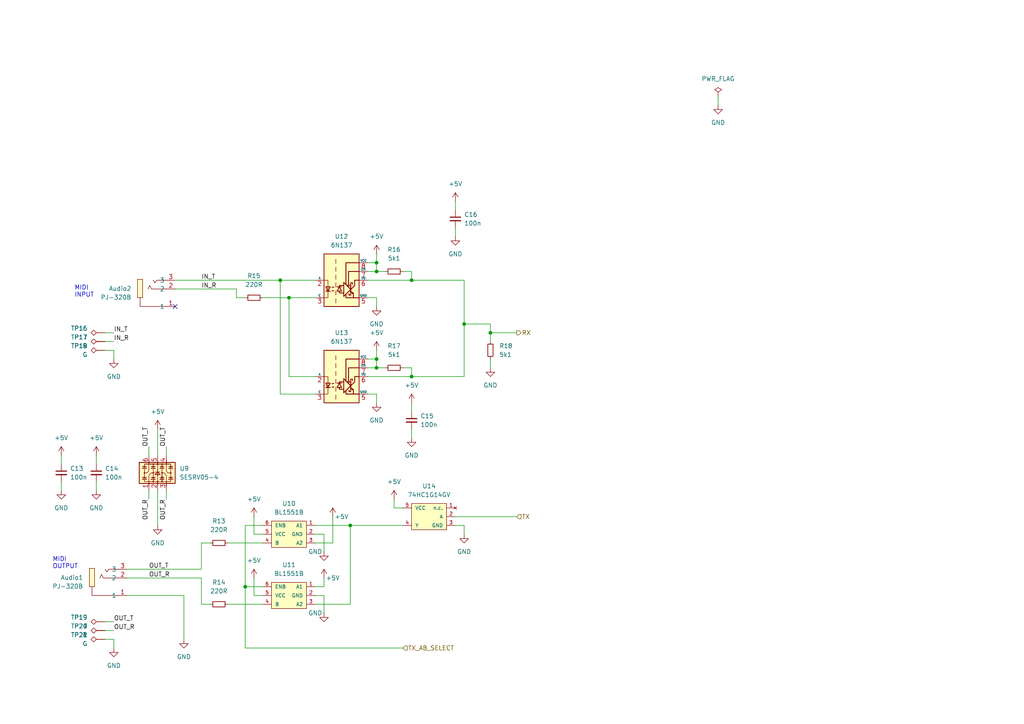
<source format=kicad_sch>
(kicad_sch (version 20230121) (generator eeschema)
  (paper "A4")
  (lib_symbols
    (symbol "Connector:TestPoint_Alt" (pin_numbers hide) (pin_names (offset 0.762) hide)
      (property "Reference" "TP" (at 0 6.858 0))
      (property "Value" "TestPoint_Alt" (at 0 5.08 0))
      (symbol "TestPoint_Alt_0_1"
        (polyline (pts (xy 0 2.54) (xy -0.762 3.302) (xy 0 4.064) (xy 0.762 3.302) (xy 0 2.54)))
      )
      (symbol "TestPoint_Alt_1_1"
        (pin passive line (at 0 0 90) (length 2.54) (name "1") (number "1"))
      )
    )
    (symbol "Isolator:6N137" (pin_names (offset 0))
      (property "Reference" "U" (at -4.064 8.89 0))
      (property "Value" "6N137" (at 0 -8.89 0))
      (symbol "6N137_0_1"
        (polyline (pts (xy 2.667 -3.556) (xy 2.667 -1.651)) (stroke (width 0.254)))
        (polyline (pts (xy 2.667 -2.159) (xy 2.667 -2.921)) (stroke (width 0.254)))
        (polyline (pts (xy 3.429 -3.937) (xy 3.429 -5.08)) (stroke (width 0.254)))
        (polyline (pts (xy -0.635 -3.302) (xy -0.635 -3.683) (xy 0.635 -3.683)) (stroke (width 0.254)))
        (polyline (pts (xy -0.635 -1.905) (xy -0.635 -1.524) (xy 0.508 -1.524)) (stroke (width 0.254)))
        (polyline (pts (xy 1.27 -4.064) (xy 1.27 -5.08) (xy 5.08 -5.08)) (stroke (width 0.254)))
        (polyline (pts (xy 1.27 -1.27) (xy 1.27 5.08) (xy 5.08 5.08)) (stroke (width 0.254)))
        (polyline (pts (xy 2.032 -1.27) (xy 2.032 2.54) (xy 5.08 2.54)) (stroke (width 0.254)))
        (polyline (pts (xy -5.08 -5.08) (xy -3.937 -5.08) (xy -3.937 0) (xy -5.08 0)))
        (polyline (pts (xy 2.667 -3.302) (xy 2.667 -4.318) (xy 2.159 -4.318) (xy 2.159 -3.937)) (stroke (width 0.254)))
        (polyline (pts (xy 2.667 -2.667) (xy 0.635 -4.699) (xy 0.635 -0.635) (xy 2.667 -2.667)) (stroke (width 0.254)))
        (polyline (pts (xy 2.667 -1.778) (xy 2.667 -0.762) (xy 3.175 -0.762) (xy 3.175 -1.143)) (stroke (width 0.254)))
        (polyline (pts (xy 2.794 -2.54) (xy 3.81 -1.524) (xy 3.81 0) (xy 5.08 0)) (stroke (width 0.254)))
        (polyline (pts (xy 2.667 -3.175) (xy 3.429 -3.937) (xy 3.302 -3.556) (xy 3.048 -3.81) (xy 3.429 -3.937)) (stroke (width 0.254)))
        (circle (center 2.032 -1.524) (radius 0.254) (stroke (width 0.254)))
      )
      (symbol "6N137_1_1"
        (rectangle (start -5.08 7.62) (end 5.08 -7.62) (stroke (width 0.254)) (fill (type background)))
        (polyline (pts (xy -4.572 -3.175) (xy -3.302 -3.175)) (stroke (width 0.254)))
        (polyline (pts (xy -1.651 -5.334) (xy -1.651 -6.604)))
        (polyline (pts (xy -1.651 -3.048) (xy -1.651 -4.318)))
        (polyline (pts (xy -1.651 -0.762) (xy -1.651 -2.032)))
        (polyline (pts (xy -1.651 1.524) (xy -1.651 0.254)))
        (polyline (pts (xy -1.651 3.81) (xy -1.651 2.54)))
        (polyline (pts (xy -1.651 6.096) (xy -1.651 4.826)))
        (polyline (pts (xy -1.27 -1.905) (xy 0 -1.905)) (stroke (width 0.254)))
        (polyline (pts (xy -3.937 -3.175) (xy -4.572 -1.905) (xy -3.302 -1.905) (xy -3.937 -3.175)) (stroke (width 0.254)))
        (polyline (pts (xy -0.635 -1.905) (xy -1.27 -3.175) (xy 0 -3.175) (xy -0.635 -1.905)) (stroke (width 0.254)))
        (polyline (pts (xy -2.921 -3.048) (xy -2.159 -3.048) (xy -2.54 -3.175) (xy -2.54 -2.921) (xy -2.159 -3.048)) (stroke (width 0.127)))
        (polyline (pts (xy -2.921 -2.032) (xy -2.159 -2.032) (xy -2.54 -2.159) (xy -2.54 -1.905) (xy -2.159 -2.032)) (stroke (width 0.127)))
        (pin no_connect line (at -5.08 5.08 0) (length 2.54) hide (name "NC") (number "1"))
        (pin passive line (at -7.62 0 0) (length 2.54) (name "A") (number "2"))
        (pin passive line (at -7.62 -5.08 0) (length 2.54) (name "C") (number "3"))
        (pin power_in line (at 7.62 -5.08 180) (length 2.54) (name "GND") (number "5"))
        (pin open_collector line (at 7.62 0 180) (length 2.54) (name "VO") (number "6"))
        (pin input line (at 7.62 2.54 180) (length 2.54) (name "EN") (number "7"))
        (pin power_in line (at 7.62 5.08 180) (length 2.54) (name "VCC") (number "8"))
      )
    )
    (symbol "power:+5V" (power) (pin_names (offset 0))
      (property "Value" "+5V" (at 0 3.556 0))
      (symbol "+5V_0_1"
        (polyline (pts (xy -0.762 1.27) (xy 0 2.54)))
        (polyline (pts (xy 0 0) (xy 0 2.54)))
        (polyline (pts (xy 0 2.54) (xy 0.762 1.27)))
      )
      (symbol "+5V_1_1"
        (pin power_in line (at 0 0 90) (length 0) hide (name "+5V") (number "1"))
      )
    )
    (symbol "power:GND" (power) (pin_names (offset 0))
      (property "Value" "GND" (at 0 -3.81 0))
      (symbol "GND_0_1"
        (polyline (pts (xy 0 0) (xy 0 -1.27) (xy 1.27 -1.27) (xy 0 -2.54) (xy -1.27 -1.27) (xy 0 -1.27)))
      )
      (symbol "GND_1_1"
        (pin power_in line (at 0 0 270) (length 0) hide (name "GND") (number "1"))
      )
    )
    (symbol "power:PWR_FLAG" (power) (pin_numbers hide) (pin_names (offset 0) hide)
      (property "Value" "PWR_FLAG" (at 0 3.81 0))
      (symbol "PWR_FLAG_0_0"
        (pin power_out line (at 0 0 90) (length 0) (name "pwr") (number "1"))
      )
      (symbol "PWR_FLAG_0_1"
        (polyline (pts (xy 0 0) (xy 0 1.27) (xy -1.016 1.905) (xy 0 2.54) (xy 1.016 1.905) (xy 0 1.27)))
      )
    )
    (symbol "suku_basics:74HC1G14GV" (pin_names (offset 1.016))
      (property "Reference" "U" (at 0 5.08 0))
      (property "Value" "74HC1G14GV" (at 0 -5.08 0))
      (symbol "74HC1G14GV_0_1"
        (rectangle (start -5.08 3.81) (end 5.08 -3.81) (fill (type background)))
      )
      (symbol "74HC1G14GV_1_1"
        (pin no_connect line (at -7.62 2.54 0) (length 2.54) (name "n.c.") (number "1"))
        (pin input line (at -7.62 0 0) (length 2.54) (name "A") (number "2"))
        (pin power_in line (at -7.62 -2.54 0) (length 2.54) (name "GND") (number "3"))
        (pin output line (at 7.62 -2.54 180) (length 2.54) (name "Y") (number "4"))
        (pin power_in line (at 7.62 2.54 180) (length 2.54) (name "VCC") (number "5"))
      )
    )
    (symbol "suku_basics:BL1551B" (pin_names (offset 1.016))
      (property "Reference" "U" (at 0 5.08 0))
      (property "Value" "BL1551B" (at 0 -5.08 0))
      (symbol "BL1551B_0_1"
        (rectangle (start -5.08 3.81) (end 5.08 -3.81) (fill (type background)))
      )
      (symbol "BL1551B_1_1"
        (pin bidirectional line (at -7.62 2.54 0) (length 2.54) (name "A1") (number "1"))
        (pin power_in line (at -7.62 0 0) (length 2.54) (name "GND") (number "2"))
        (pin bidirectional line (at -7.62 -2.54 0) (length 2.54) (name "A2") (number "3"))
        (pin bidirectional line (at 7.62 -2.54 180) (length 2.54) (name "B") (number "4"))
        (pin power_in line (at 7.62 0 180) (length 2.54) (name "VCC") (number "5"))
        (pin input line (at 7.62 2.54 180) (length 2.54) (name "ENB") (number "6"))
      )
    )
    (symbol "suku_basics:CAP" (pin_numbers hide) (pin_names (offset 0.254) hide)
      (property "Reference" "C" (at 0.254 1.778 0))
      (property "Value" "CAP" (at 0.254 -2.032 0))
      (symbol "CAP_0_1"
        (polyline (pts (xy -1.524 -0.508) (xy 1.524 -0.508)) (stroke (width 0.3302)))
        (polyline (pts (xy -1.524 0.508) (xy 1.524 0.508)) (stroke (width 0.3048)))
      )
      (symbol "CAP_1_1"
        (pin passive line (at 0 2.54 270) (length 2.032) (name "~") (number "1"))
        (pin passive line (at 0 -2.54 90) (length 2.032) (name "~") (number "2"))
      )
    )
    (symbol "suku_basics:PJ-320B"
      (property "Reference" "Audio?" (at 0 7.62 0))
      (property "Value" "PJ-320B" (at 0 -10.16 0))
      (symbol "PJ-320B_0_1"
        (rectangle (start -7.11 0) (end -5.59 -5.33) (fill (type background)))
        (polyline (pts (xy 1.27 2.54) (xy -6.35 2.54) (xy -6.35 0)))
        (polyline (pts (xy 1.27 -5.08) (xy -1.52 -5.08) (xy -2.03 -4.32) (xy -2.54 -5.08)))
        (polyline (pts (xy 1.27 -2.54) (xy -3.05 -2.54) (xy -3.56 -3.56) (xy -4.06 -2.54)))
        (pin unspecified line (at 3.81 2.54 180) (length 2.54) (name "1") (number "1"))
        (pin unspecified line (at 3.81 -2.54 180) (length 2.54) (name "2") (number "2"))
        (pin unspecified line (at 3.81 -5.08 180) (length 2.54) (name "3") (number "3"))
      )
    )
    (symbol "suku_basics:RES" (pin_numbers hide) (pin_names (offset 0.254) hide)
      (property "Reference" "R" (at 0.762 0.508 0))
      (property "Value" "RES" (at 0.762 -1.016 0))
      (symbol "RES_1_1"
        (rectangle (start -0.762 1.778) (end 0.762 -1.778) (stroke (width 0.2032)))
        (pin passive line (at 0 2.54 270) (length 0.762) (name "~") (number "1"))
        (pin passive line (at 0 -2.54 90) (length 0.762) (name "~") (number "2"))
      )
    )
    (symbol "suku_basics:U_ESD_4ch"
      (property "Reference" "U" (at -6.985 -2.54 0))
      (property "Value" "U_ESD_4ch" (at 6.35 1.27 90))
      (symbol "U_ESD_4ch_0_1"
        (rectangle (start -5.334 3.048) (end 5.08 -3.048) (stroke (width 0.254)) (fill (type background)))
        (circle (center -3.81 0) (radius 0.127))
        (circle (center -3.81 0) (radius 0.127))
        (circle (center -1.27 -2.54) (radius 0.127))
        (circle (center -1.27 -2.54) (radius 0.127))
        (circle (center -1.27 0) (radius 0.127))
        (circle (center -1.27 0) (radius 0.127))
        (circle (center -1.27 2.54) (radius 0.127))
        (circle (center -1.27 2.54) (radius 0.127))
        (circle (center 0 -2.54) (radius 0.127))
        (circle (center 0 -2.54) (radius 0.127))
        (polyline (pts (xy -4.445 -1.27) (xy -3.175 -1.27)))
        (polyline (pts (xy -4.445 -1.27) (xy -3.175 -1.27)))
        (polyline (pts (xy -4.445 1.905) (xy -3.175 1.905)))
        (polyline (pts (xy -3.81 -2.54) (xy -3.81 -0.635)))
        (polyline (pts (xy -3.81 -2.54) (xy 3.81 -2.54)))
        (polyline (pts (xy -3.81 -0.635) (xy -3.81 0.635)))
        (polyline (pts (xy -3.81 0.635) (xy -3.81 2.54)))
        (polyline (pts (xy -3.81 2.54) (xy 3.81 2.54)))
        (polyline (pts (xy -3.81 2.54) (xy 3.81 2.54)))
        (polyline (pts (xy -1.905 -1.27) (xy -0.635 -1.27)))
        (polyline (pts (xy -1.905 -1.27) (xy -0.635 -1.27)))
        (polyline (pts (xy -1.905 1.905) (xy -0.635 1.905)))
        (polyline (pts (xy -1.27 -2.54) (xy -1.27 -0.635)))
        (polyline (pts (xy -1.27 -2.54) (xy -1.27 -0.635)))
        (polyline (pts (xy -1.27 0.635) (xy -1.27 -0.635)))
        (polyline (pts (xy -1.27 0.635) (xy -1.27 2.54)))
        (polyline (pts (xy 0 -0.889) (xy 0 -3.81)))
        (polyline (pts (xy 0 -0.889) (xy 0 1.016)))
        (polyline (pts (xy 0 -0.889) (xy 0 1.016)))
        (polyline (pts (xy 0 1.016) (xy 0 3.81)))
        (polyline (pts (xy 0.635 -1.27) (xy 1.905 -1.27)))
        (polyline (pts (xy 0.635 -1.27) (xy 1.905 -1.27)))
        (polyline (pts (xy 0.635 1.905) (xy 1.905 1.905)))
        (polyline (pts (xy 1.27 -2.54) (xy 1.27 -0.635)))
        (polyline (pts (xy 1.27 -2.54) (xy 1.27 -0.635)))
        (polyline (pts (xy 1.27 0.635) (xy 1.27 -0.635)))
        (polyline (pts (xy 1.27 0.635) (xy 1.27 2.54)))
        (polyline (pts (xy 3.175 -1.27) (xy 4.445 -1.27)))
        (polyline (pts (xy 3.175 -1.27) (xy 4.445 -1.27)))
        (polyline (pts (xy 3.175 1.905) (xy 4.445 1.905)))
        (polyline (pts (xy 3.81 -2.54) (xy 3.81 -0.635)))
        (polyline (pts (xy 3.81 0.635) (xy 3.81 -0.635)))
        (polyline (pts (xy 3.81 0.635) (xy 3.81 2.54)))
        (polyline (pts (xy 0.762 0.254) (xy -0.762 0.254) (xy -0.762 0)))
        (polyline (pts (xy -4.445 -1.905) (xy -3.175 -1.905) (xy -3.81 -1.27) (xy -4.445 -1.905)))
        (polyline (pts (xy -4.445 1.27) (xy -3.175 1.27) (xy -3.81 1.905) (xy -4.445 1.27)))
        (polyline (pts (xy -2.54 -3.81) (xy -2.54 -0.762) (xy -1.905 0) (xy -1.27 0)))
        (polyline (pts (xy -2.54 3.81) (xy -2.54 0.635) (xy -3.048 0) (xy -3.937 0)))
        (polyline (pts (xy -1.905 -1.905) (xy -0.635 -1.905) (xy -1.27 -1.27) (xy -1.905 -1.905)))
        (polyline (pts (xy -1.905 1.27) (xy -0.635 1.27) (xy -1.27 1.905) (xy -1.905 1.27)))
        (polyline (pts (xy -0.762 -0.508) (xy 0.762 -0.508) (xy 0 0.254) (xy -0.762 -0.508)))
        (polyline (pts (xy -0.762 -0.508) (xy 0.762 -0.508) (xy 0 0.254) (xy -0.762 -0.508)))
        (polyline (pts (xy 0.635 -1.905) (xy 1.905 -1.905) (xy 1.27 -1.27) (xy 0.635 -1.905)))
        (polyline (pts (xy 0.635 1.27) (xy 1.905 1.27) (xy 1.27 1.905) (xy 0.635 1.27)))
        (polyline (pts (xy 2.54 -3.81) (xy 2.54 -0.762) (xy 1.905 0) (xy 1.143 0)))
        (polyline (pts (xy 2.54 3.81) (xy 2.54 0.508) (xy 2.921 0) (xy 3.81 0)))
        (polyline (pts (xy 3.175 -1.905) (xy 4.445 -1.905) (xy 3.81 -1.27) (xy 3.175 -1.905)))
        (polyline (pts (xy 3.175 1.27) (xy 4.445 1.27) (xy 3.81 1.905) (xy 3.175 1.27)))
        (circle (center 0 2.54) (radius 0.127))
        (circle (center 0 2.54) (radius 0.127))
        (circle (center 1.27 -2.54) (radius 0.127))
        (circle (center 1.27 -2.54) (radius 0.127))
        (circle (center 1.27 0) (radius 0.127))
        (circle (center 1.27 0) (radius 0.127))
        (circle (center 1.27 2.54) (radius 0.127))
        (circle (center 1.27 2.54) (radius 0.127))
        (circle (center 3.81 0) (radius 0.127))
        (circle (center 3.81 0) (radius 0.127))
      )
      (symbol "U_ESD_4ch_1_1"
        (pin passive line (at -2.54 -5.08 90) (length 2.54) (name "~") (number "1"))
        (pin passive line (at 0 -5.08 90) (length 2.54) (name "~") (number "2"))
        (pin passive line (at 2.54 -5.08 90) (length 2.54) (name "~") (number "3"))
        (pin passive line (at 2.54 5.08 270) (length 2.54) (name "~") (number "4"))
        (pin passive line (at 0 5.08 270) (length 2.54) (name "~") (number "5"))
        (pin passive line (at -2.54 5.08 270) (length 2.54) (name "~") (number "6"))
      )
    )
  )
  (junction (at 71.12 170.18))
  (junction (at 81.28 81.28))
  (junction (at 134.62 93.98))
  (junction (at 109.22 76.2))
  (junction (at 101.6 152.4))
  (junction (at 109.22 104.14))
  (junction (at 142.24 96.52))
  (junction (at 119.38 109.22))
  (junction (at 109.22 78.74))
  (junction (at 119.38 81.28))
  (junction (at 109.22 106.68))
  (junction (at 83.82 86.36))
  (no_connect (at 50.8 88.9))
  (wire (pts (xy 33.02 182.88) (xy 30.48 182.88)))
  (wire (pts (xy 119.38 106.68) (xy 119.38 109.22)))
  (wire (pts (xy 73.66 172.72) (xy 73.66 167.64)))
  (wire (pts (xy 114.3 144.78) (xy 114.3 147.32)))
  (wire (pts (xy 142.24 93.98) (xy 142.24 96.52)))
  (wire (pts (xy 134.62 93.98) (xy 134.62 109.22)))
  (wire (pts (xy 119.38 109.22) (xy 134.62 109.22)))
  (wire (pts (xy 119.38 116.84) (xy 119.38 119.38)))
  (wire (pts (xy 91.44 170.18) (xy 93.98 170.18)))
  (wire (pts (xy 93.98 177.8) (xy 93.98 172.72)))
  (wire (pts (xy 48.26 129.54) (xy 48.26 132.08)))
  (wire (pts (xy 33.02 187.96) (xy 33.02 185.42)))
  (wire (pts (xy 33.02 180.34) (xy 30.48 180.34)))
  (wire (pts (xy 81.28 81.28) (xy 81.28 114.3)))
  (wire (pts (xy 76.2 170.18) (xy 71.12 170.18)))
  (wire (pts (xy 45.72 124.46) (xy 45.72 132.08)))
  (wire (pts (xy 142.24 104.14) (xy 142.24 106.68)))
  (wire (pts (xy 109.22 78.74) (xy 111.76 78.74)))
  (wire (pts (xy 91.44 172.72) (xy 93.98 172.72)))
  (wire (pts (xy 106.68 104.14) (xy 109.22 104.14)))
  (wire (pts (xy 71.12 152.4) (xy 71.12 170.18)))
  (wire (pts (xy 58.42 175.26) (xy 58.42 167.64)))
  (wire (pts (xy 109.22 116.84) (xy 109.22 114.3)))
  (wire (pts (xy 109.22 114.3) (xy 106.68 114.3)))
  (wire (pts (xy 60.96 175.26) (xy 58.42 175.26)))
  (wire (pts (xy 50.8 81.28) (xy 81.28 81.28)))
  (wire (pts (xy 119.38 78.74) (xy 119.38 81.28)))
  (wire (pts (xy 53.34 172.72) (xy 53.34 185.42)))
  (wire (pts (xy 119.38 124.46) (xy 119.38 127)))
  (wire (pts (xy 93.98 154.94) (xy 91.44 154.94)))
  (wire (pts (xy 106.68 106.68) (xy 109.22 106.68)))
  (wire (pts (xy 33.02 104.14) (xy 33.02 101.6)))
  (wire (pts (xy 106.68 76.2) (xy 109.22 76.2)))
  (wire (pts (xy 60.96 157.48) (xy 58.42 157.48)))
  (wire (pts (xy 58.42 167.64) (xy 36.83 167.64)))
  (wire (pts (xy 33.02 96.52) (xy 30.48 96.52)))
  (wire (pts (xy 58.42 165.1) (xy 36.83 165.1)))
  (wire (pts (xy 81.28 81.28) (xy 91.44 81.28)))
  (wire (pts (xy 66.04 157.48) (xy 76.2 157.48)))
  (wire (pts (xy 43.18 129.54) (xy 43.18 132.08)))
  (wire (pts (xy 142.24 96.52) (xy 142.24 99.06)))
  (wire (pts (xy 27.94 139.7) (xy 27.94 142.24)))
  (wire (pts (xy 106.68 81.28) (xy 119.38 81.28)))
  (wire (pts (xy 101.6 175.26) (xy 101.6 152.4)))
  (wire (pts (xy 33.02 99.06) (xy 30.48 99.06)))
  (wire (pts (xy 142.24 93.98) (xy 134.62 93.98)))
  (wire (pts (xy 134.62 152.4) (xy 132.08 152.4)))
  (wire (pts (xy 132.08 58.42) (xy 132.08 60.96)))
  (wire (pts (xy 27.94 132.08) (xy 27.94 134.62)))
  (wire (pts (xy 76.2 86.36) (xy 83.82 86.36)))
  (wire (pts (xy 76.2 172.72) (xy 73.66 172.72)))
  (wire (pts (xy 134.62 93.98) (xy 134.62 81.28)))
  (wire (pts (xy 83.82 86.36) (xy 83.82 109.22)))
  (wire (pts (xy 116.84 106.68) (xy 119.38 106.68)))
  (wire (pts (xy 91.44 175.26) (xy 101.6 175.26)))
  (wire (pts (xy 76.2 154.94) (xy 73.66 154.94)))
  (wire (pts (xy 142.24 96.52) (xy 149.86 96.52)))
  (wire (pts (xy 96.52 157.48) (xy 96.52 149.86)))
  (wire (pts (xy 106.68 109.22) (xy 119.38 109.22)))
  (wire (pts (xy 33.02 185.42) (xy 30.48 185.42)))
  (wire (pts (xy 17.78 132.08) (xy 17.78 134.62)))
  (wire (pts (xy 132.08 149.86) (xy 149.86 149.86)))
  (wire (pts (xy 109.22 86.36) (xy 106.68 86.36)))
  (wire (pts (xy 109.22 106.68) (xy 111.76 106.68)))
  (wire (pts (xy 71.12 187.96) (xy 116.84 187.96)))
  (wire (pts (xy 132.08 66.04) (xy 132.08 68.58)))
  (wire (pts (xy 109.22 78.74) (xy 109.22 76.2)))
  (wire (pts (xy 71.12 152.4) (xy 76.2 152.4)))
  (wire (pts (xy 48.26 142.24) (xy 48.26 144.78)))
  (wire (pts (xy 134.62 154.94) (xy 134.62 152.4)))
  (wire (pts (xy 109.22 106.68) (xy 109.22 104.14)))
  (wire (pts (xy 83.82 109.22) (xy 91.44 109.22)))
  (wire (pts (xy 116.84 78.74) (xy 119.38 78.74)))
  (wire (pts (xy 109.22 104.14) (xy 109.22 101.6)))
  (wire (pts (xy 50.8 83.82) (xy 68.58 83.82)))
  (wire (pts (xy 71.12 170.18) (xy 71.12 187.96)))
  (wire (pts (xy 109.22 76.2) (xy 109.22 73.66)))
  (wire (pts (xy 33.02 101.6) (xy 30.48 101.6)))
  (wire (pts (xy 68.58 86.36) (xy 71.12 86.36)))
  (wire (pts (xy 109.22 88.9) (xy 109.22 86.36)))
  (wire (pts (xy 83.82 86.36) (xy 91.44 86.36)))
  (wire (pts (xy 106.68 78.74) (xy 109.22 78.74)))
  (wire (pts (xy 58.42 157.48) (xy 58.42 165.1)))
  (wire (pts (xy 81.28 114.3) (xy 91.44 114.3)))
  (wire (pts (xy 93.98 167.64) (xy 93.98 170.18)))
  (wire (pts (xy 114.3 147.32) (xy 116.84 147.32)))
  (wire (pts (xy 17.78 139.7) (xy 17.78 142.24)))
  (wire (pts (xy 43.18 142.24) (xy 43.18 144.78)))
  (wire (pts (xy 119.38 81.28) (xy 134.62 81.28)))
  (wire (pts (xy 68.58 86.36) (xy 68.58 83.82)))
  (wire (pts (xy 208.28 27.94) (xy 208.28 30.48)))
  (wire (pts (xy 93.98 154.94) (xy 93.98 160.02)))
  (wire (pts (xy 66.04 175.26) (xy 76.2 175.26)))
  (wire (pts (xy 91.44 157.48) (xy 96.52 157.48)))
  (wire (pts (xy 36.83 172.72) (xy 53.34 172.72)))
  (wire (pts (xy 101.6 152.4) (xy 116.84 152.4)))
  (wire (pts (xy 91.44 152.4) (xy 101.6 152.4)))
  (wire (pts (xy 45.72 142.24) (xy 45.72 152.4)))
  (wire (pts (xy 73.66 154.94) (xy 73.66 149.86)))
  (text "MIDI\nOUTPUT" (at 15.24 165.1 0) (effects (font (size 1.27 1.27)) (justify left bottom)))
  (text "MIDI\nINPUT" (at 21.59 86.36 0) (effects (font (size 1.27 1.27)) (justify left bottom)))
  (label "IN_T" (at 33.02 96.52 0))
  (label "OUT_T" (at 43.18 129.54 90))
  (label "OUT_R" (at 48.26 144.78 270))
  (label "OUT_R" (at 43.18 167.64 0))
  (label "IN_R" (at 58.42 83.82 0))
  (label "OUT_R" (at 33.02 182.88 0))
  (label "IN_R" (at 33.02 99.06 0))
  (label "OUT_T" (at 33.02 180.34 0))
  (label "OUT_T" (at 43.18 165.1 0))
  (label "OUT_T" (at 48.26 129.54 90))
  (label "OUT_R" (at 43.18 144.78 270))
  (label "IN_T" (at 58.42 81.28 0))
  (hierarchical_label "TX_AB_SELECT" (shape input) (at 116.84 187.96 0))
  (hierarchical_label "RX" (shape output) (at 149.86 96.52 0))
  (hierarchical_label "TX" (shape input) (at 149.86 149.86 0))
  (symbol (lib_id "Connector:TestPoint_Alt") (at 30.48 96.52 90) (mirror x) (unit 1)
    (property "Reference" "TP16" (at 25.4 95.2499 90) (effects (justify left)))
    (property "Value" "T" (at 25.4 97.7899 90) (effects (justify left)))
    (property "Footprint" "TestPoint:TestPoint_THTPad_D1.0mm_Drill0.5mm" (effects hide))
  )
  (symbol (lib_id "power:+5V") (at 27.94 132.08 0) (unit 1)
    (property "Reference" "#PWR069" (effects hide))
    (property "Value" "+5V" (at 27.94 127 0))
  )
  (symbol (lib_id "Connector:TestPoint_Alt") (at 30.48 99.06 90) (mirror x) (unit 1)
    (property "Reference" "TP17" (at 25.4 97.7899 90) (effects (justify left)))
    (property "Value" "R" (at 25.4 100.3299 90) (effects (justify left)))
    (property "Footprint" "TestPoint:TestPoint_THTPad_D1.0mm_Drill0.5mm" (effects hide))
  )
  (symbol (lib_id "power:+5V") (at 45.72 124.46 0) (unit 1)
    (property "Reference" "#PWR073" (effects hide))
    (property "Value" "+5V" (at 45.72 119.38 0))
  )
  (symbol (lib_id "power:GND") (at 119.38 127 0) (unit 1)
    (property "Reference" "#PWR088" (effects hide))
    (property "Value" "GND" (at 119.38 132.08 0))
  )
  (symbol (lib_id "suku_basics:PJ-320B") (at 33.02 170.18 0) (mirror x) (unit 1)
    (property "Reference" "Audio1" (at 24.13 167.5149 0) (effects (justify right)))
    (property "Value" "PJ-320B" (at 24.13 170.0549 0) (effects (justify right)))
    (property "Footprint" "suku_basics:AUDIO-SMD_PJ-320B" (effects hide))
    (property "Datasheet" "https://lcsc.com/product-detail/Audio-Connectors_3-5mmCloth-headphone-jack_C18594.html" (effects hide))
    (property "Manufacturer" "BOOMELE" (effects hide))
    (property "LCSC Part" "C18594" (effects hide))
    (property "JLC Part" "Extended Part" (effects hide))
  )
  (symbol (lib_id "Isolator:6N137") (at 99.06 109.22 0) (unit 1)
    (property "Reference" "U13" (at 99.06 96.52 0))
    (property "Value" "6N137" (at 99.06 99.06 0))
    (property "Footprint" "suku_basics:OPTO_SMD-8_L9.8-W6.6-P2.54-LS10.3-BL" (effects hide))
    (property "Datasheet" "https://docs.broadcom.com/docs/AV02-0940EN" (effects hide))
  )
  (symbol (lib_id "power:+5V") (at 73.66 149.86 0) (unit 1)
    (property "Reference" "#PWR076" (effects hide))
    (property "Value" "+5V" (at 73.66 144.78 0))
  )
  (symbol (lib_id "power:GND") (at 93.98 160.02 0) (unit 1)
    (property "Reference" "#PWR078" (effects hide))
    (property "Value" "GND" (at 91.44 160.02 0))
  )
  (symbol (lib_id "suku_basics:CAP") (at 119.38 121.92 0) (unit 1)
    (property "Reference" "C15" (at 121.92 120.6562 0) (effects (justify left)))
    (property "Value" "100n" (at 121.92 123.1962 0) (effects (justify left)))
    (property "Footprint" "suku_basics:CAP_0402" (effects hide))
  )
  (symbol (lib_id "suku_basics:RES") (at 63.5 157.48 90) (unit 1)
    (property "Reference" "R13" (at 63.5 151.13 90))
    (property "Value" "220R" (at 63.5 153.67 90))
    (property "Footprint" "suku_basics:RES_0402" (effects hide))
  )
  (symbol (lib_id "power:GND") (at 109.22 88.9 0) (unit 1)
    (property "Reference" "#PWR083" (effects hide))
    (property "Value" "GND" (at 109.22 93.98 0))
  )
  (symbol (lib_id "suku_basics:BL1551B") (at 83.82 154.94 0) (mirror y) (unit 1)
    (property "Reference" "U10" (at 83.82 146.05 0))
    (property "Value" "BL1551B" (at 83.82 148.59 0))
    (property "Footprint" "suku_basics:SOT-363_SC-70-6" (effects hide))
    (property "Datasheet" "https://datasheet.lcsc.com/lcsc/2201121900_BL-Shanghai-Belling-BL1551B_C2944066.pdf" (effects hide))
  )
  (symbol (lib_id "Connector:TestPoint_Alt") (at 30.48 101.6 90) (mirror x) (unit 1)
    (property "Reference" "TP18" (at 25.4 100.3299 90) (effects (justify left)))
    (property "Value" "G" (at 25.4 102.8699 90) (effects (justify left)))
    (property "Footprint" "TestPoint:TestPoint_THTPad_1.0x1.0mm_Drill0.5mm" (effects hide))
  )
  (symbol (lib_id "power:+5V") (at 73.66 167.64 0) (unit 1)
    (property "Reference" "#PWR077" (effects hide))
    (property "Value" "+5V" (at 73.66 162.56 0))
  )
  (symbol (lib_id "suku_basics:74HC1G14GV") (at 124.46 149.86 0) (mirror y) (unit 1)
    (property "Reference" "U14" (at 124.46 140.97 0))
    (property "Value" "74HC1G14GV" (at 124.46 143.51 0))
    (property "Footprint" "suku_basics:SOT-23-5-AND-TSSOP5" (effects hide))
  )
  (symbol (lib_id "power:GND") (at 93.98 177.8 0) (unit 1)
    (property "Reference" "#PWR080" (effects hide))
    (property "Value" "GND" (at 91.44 177.8 0))
  )
  (symbol (lib_id "power:+5V") (at 17.78 132.08 0) (unit 1)
    (property "Reference" "#PWR067" (effects hide))
    (property "Value" "+5V" (at 17.78 127 0))
  )
  (symbol (lib_id "suku_basics:CAP") (at 27.94 137.16 0) (unit 1)
    (property "Reference" "C14" (at 30.48 135.8962 0) (effects (justify left)))
    (property "Value" "100n" (at 30.48 138.4362 0) (effects (justify left)))
    (property "Footprint" "suku_basics:CAP_0402" (effects hide))
  )
  (symbol (lib_id "power:GND") (at 142.24 106.68 0) (unit 1)
    (property "Reference" "#PWR092" (effects hide))
    (property "Value" "GND" (at 142.24 111.76 0))
  )
  (symbol (lib_id "power:+5V") (at 119.38 116.84 0) (unit 1)
    (property "Reference" "#PWR087" (effects hide))
    (property "Value" "+5V" (at 119.38 111.76 0))
  )
  (symbol (lib_id "power:+5V") (at 132.08 58.42 0) (unit 1)
    (property "Reference" "#PWR089" (effects hide))
    (property "Value" "+5V" (at 132.08 53.34 0))
  )
  (symbol (lib_id "power:GND") (at 17.78 142.24 0) (unit 1)
    (property "Reference" "#PWR068" (effects hide))
    (property "Value" "GND" (at 17.78 147.32 0))
  )
  (symbol (lib_id "power:GND") (at 27.94 142.24 0) (unit 1)
    (property "Reference" "#PWR070" (effects hide))
    (property "Value" "GND" (at 27.94 147.32 0))
  )
  (symbol (lib_id "power:GND") (at 134.62 154.94 0) (unit 1)
    (property "Reference" "#PWR091" (effects hide))
    (property "Value" "GND" (at 134.62 160.02 0))
  )
  (symbol (lib_id "suku_basics:RES") (at 142.24 101.6 0) (unit 1)
    (property "Reference" "R18" (at 144.78 100.3299 0) (effects (justify left)))
    (property "Value" "5k1" (at 144.78 102.8699 0) (effects (justify left)))
    (property "Footprint" "suku_basics:RES_0402" (effects hide))
  )
  (symbol (lib_id "power:+5V") (at 109.22 73.66 0) (unit 1)
    (property "Reference" "#PWR082" (effects hide))
    (property "Value" "+5V" (at 109.22 68.58 0))
  )
  (symbol (lib_id "suku_basics:RES") (at 114.3 106.68 90) (unit 1)
    (property "Reference" "R17" (at 114.3 100.33 90))
    (property "Value" "5k1" (at 114.3 102.87 90))
    (property "Footprint" "suku_basics:RES_0402" (effects hide))
  )
  (symbol (lib_id "suku_basics:RES") (at 114.3 78.74 90) (unit 1)
    (property "Reference" "R16" (at 114.3 72.39 90))
    (property "Value" "5k1" (at 114.3 74.93 90))
    (property "Footprint" "suku_basics:RES_0402" (effects hide))
  )
  (symbol (lib_id "Connector:TestPoint_Alt") (at 30.48 185.42 90) (mirror x) (unit 1)
    (property "Reference" "TP21" (at 25.4 184.1499 90) (effects (justify left)))
    (property "Value" "G" (at 25.4 186.6899 90) (effects (justify left)))
    (property "Footprint" "TestPoint:TestPoint_THTPad_1.0x1.0mm_Drill0.5mm" (effects hide))
  )
  (symbol (lib_id "suku_basics:BL1551B") (at 83.82 172.72 0) (mirror y) (unit 1)
    (property "Reference" "U11" (at 83.82 163.83 0))
    (property "Value" "BL1551B" (at 83.82 166.37 0))
    (property "Footprint" "suku_basics:SOT-363_SC-70-6" (effects hide))
    (property "Datasheet" "https://datasheet.lcsc.com/lcsc/2201121900_BL-Shanghai-Belling-BL1551B_C2944066.pdf" (effects hide))
  )
  (symbol (lib_id "Connector:TestPoint_Alt") (at 30.48 182.88 90) (mirror x) (unit 1)
    (property "Reference" "TP20" (at 25.4 181.6099 90) (effects (justify left)))
    (property "Value" "R" (at 25.4 184.1499 90) (effects (justify left)))
    (property "Footprint" "TestPoint:TestPoint_THTPad_D1.0mm_Drill0.5mm" (effects hide))
  )
  (symbol (lib_id "power:GND") (at 33.02 187.96 0) (unit 1)
    (property "Reference" "#PWR072" (effects hide))
    (property "Value" "GND" (at 33.02 193.04 0))
  )
  (symbol (lib_id "power:PWR_FLAG") (at 208.28 27.94 0) (unit 1)
    (property "Reference" "#FLG01" (effects hide))
    (property "Value" "PWR_FLAG" (at 208.28 22.86 0))
  )
  (symbol (lib_id "power:+5V") (at 109.22 101.6 0) (unit 1)
    (property "Reference" "#PWR084" (effects hide))
    (property "Value" "+5V" (at 109.22 96.52 0))
  )
  (symbol (lib_id "power:GND") (at 45.72 152.4 0) (unit 1)
    (property "Reference" "#PWR074" (effects hide))
    (property "Value" "GND" (at 45.72 157.48 0))
  )
  (symbol (lib_id "power:+5V") (at 93.98 167.64 0) (unit 1)
    (property "Reference" "#PWR079" (effects hide))
    (property "Value" "+5V" (at 96.52 167.64 0))
  )
  (symbol (lib_id "Connector:TestPoint_Alt") (at 30.48 180.34 90) (mirror x) (unit 1)
    (property "Reference" "TP19" (at 25.4 179.0699 90) (effects (justify left)))
    (property "Value" "T" (at 25.4 181.6099 90) (effects (justify left)))
    (property "Footprint" "TestPoint:TestPoint_THTPad_D1.0mm_Drill0.5mm" (effects hide))
  )
  (symbol (lib_id "Isolator:6N137") (at 99.06 81.28 0) (unit 1)
    (property "Reference" "U12" (at 99.06 68.58 0))
    (property "Value" "6N137" (at 99.06 71.12 0))
    (property "Footprint" "suku_basics:OPTO_SMD-8_L9.8-W6.6-P2.54-LS10.3-BL" (effects hide))
    (property "Datasheet" "https://docs.broadcom.com/docs/AV02-0940EN" (effects hide))
  )
  (symbol (lib_id "suku_basics:CAP") (at 17.78 137.16 0) (unit 1)
    (property "Reference" "C13" (at 20.32 135.8962 0) (effects (justify left)))
    (property "Value" "100n" (at 20.32 138.4362 0) (effects (justify left)))
    (property "Footprint" "suku_basics:CAP_0402" (effects hide))
  )
  (symbol (lib_id "suku_basics:RES") (at 73.66 86.36 270) (unit 1)
    (property "Reference" "R15" (at 73.66 80.01 90))
    (property "Value" "220R" (at 73.66 82.55 90))
    (property "Footprint" "suku_basics:RES_0402" (effects hide))
  )
  (symbol (lib_id "power:+5V") (at 96.52 149.86 0) (unit 1)
    (property "Reference" "#PWR081" (effects hide))
    (property "Value" "+5V" (at 99.06 149.86 0))
  )
  (symbol (lib_id "suku_basics:U_ESD_4ch") (at 45.72 137.16 0) (unit 1)
    (property "Reference" "U9" (at 52.07 135.8899 0) (effects (justify left)))
    (property "Value" "SESRV05-4" (at 52.07 138.4299 0) (effects (justify left)))
    (property "Footprint" "suku_basics:SOT-23-6" (effects hide))
    (property "Datasheet" "http://www.onsemi.com/pub_link/Collateral/NUP4202W1-D.PDF" (effects hide))
  )
  (symbol (lib_id "suku_basics:RES") (at 63.5 175.26 90) (unit 1)
    (property "Reference" "R14" (at 63.5 168.91 90))
    (property "Value" "220R" (at 63.5 171.45 90))
    (property "Footprint" "suku_basics:RES_0402" (effects hide))
  )
  (symbol (lib_id "power:GND") (at 132.08 68.58 0) (unit 1)
    (property "Reference" "#PWR090" (effects hide))
    (property "Value" "GND" (at 132.08 73.66 0))
  )
  (symbol (lib_id "suku_basics:CAP") (at 132.08 63.5 0) (unit 1)
    (property "Reference" "C16" (at 134.62 62.2362 0) (effects (justify left)))
    (property "Value" "100n" (at 134.62 64.7762 0) (effects (justify left)))
    (property "Footprint" "suku_basics:CAP_0402" (effects hide))
  )
  (symbol (lib_id "power:+5V") (at 114.3 144.78 0) (unit 1)
    (property "Reference" "#PWR086" (effects hide))
    (property "Value" "+5V" (at 114.3 139.7 0))
  )
  (symbol (lib_id "power:GND") (at 109.22 116.84 0) (unit 1)
    (property "Reference" "#PWR085" (effects hide))
    (property "Value" "GND" (at 109.22 121.92 0))
  )
  (symbol (lib_id "power:GND") (at 208.28 30.48 0) (unit 1)
    (property "Reference" "#PWR093" (effects hide))
    (property "Value" "GND" (at 208.28 35.56 0))
  )
  (symbol (lib_id "power:GND") (at 53.34 185.42 0) (unit 1)
    (property "Reference" "#PWR075" (effects hide))
    (property "Value" "GND" (at 53.34 190.5 0))
  )
  (symbol (lib_id "power:GND") (at 33.02 104.14 0) (unit 1)
    (property "Reference" "#PWR071" (effects hide))
    (property "Value" "GND" (at 33.02 109.22 0))
  )
  (symbol (lib_id "suku_basics:PJ-320B") (at 46.99 86.36 0) (mirror x) (unit 1)
    (property "Reference" "Audio2" (at 38.1 83.6949 0) (effects (justify right)))
    (property "Value" "PJ-320B" (at 38.1 86.2349 0) (effects (justify right)))
    (property "Footprint" "suku_basics:AUDIO-SMD_PJ-320B" (effects hide))
    (property "Datasheet" "https://lcsc.com/product-detail/Audio-Connectors_3-5mmCloth-headphone-jack_C18594.html" (effects hide))
    (property "Manufacturer" "BOOMELE" (effects hide))
    (property "LCSC Part" "C18594" (effects hide))
    (property "JLC Part" "Extended Part" (effects hide))
  )
)
</source>
